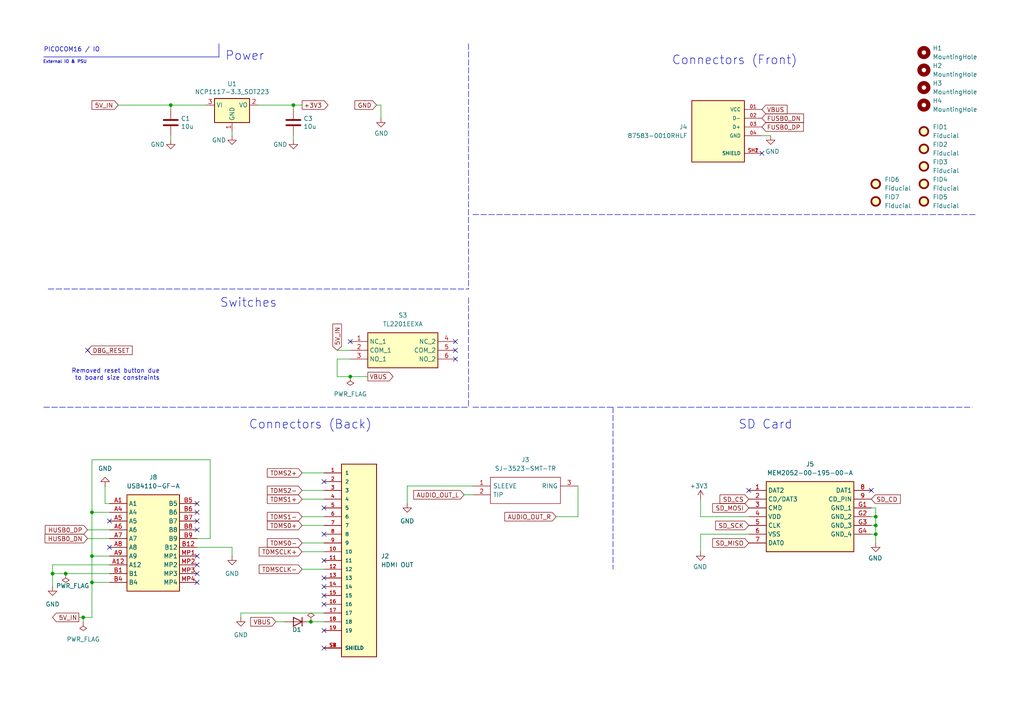
<source format=kicad_sch>
(kicad_sch (version 20231120) (generator "eeschema") (generator_version "8.0")
  (paper "A4")
  (lib_symbols
    (symbol "87583-0010RHLF:87583-0010RHLF" (pin_names (offset 1.016))
      (property "Reference" "J" (at -7.62 8.382 0))
      (property "Value" "87583-0010RHLF" (at -7.62 -12.7 0))
      (symbol "87583-0010RHLF_0_0"
        (rectangle (start -7.62 -10.16) (end 7.62 7.62) (stroke (width 0.254)) (fill (type background)))
        (pin power_in line (at -12.7 5.08 0) (length 5.08) (name "VCC") (number "01"))
        (pin bidirectional line (at -12.7 2.54 0) (length 5.08) (name "D-") (number "02"))
        (pin bidirectional line (at -12.7 0 0) (length 5.08) (name "D+") (number "03"))
        (pin power_in line (at -12.7 -2.54 0) (length 5.08) (name "GND") (number "04"))
        (pin passive line (at -12.7 -7.62 0) (length 5.08) (name "SHIELD") (number "SH1"))
        (pin passive line (at -12.7 -7.62 0) (length 5.08) (name "SHIELD") (number "SH2"))
      )
    )
    (symbol "Device:C" (pin_numbers hide) (pin_names (offset 0.254))
      (property "Reference" "C" (at 0.635 2.54 0))
      (property "Value" "C" (at 0.635 -2.54 0))
      (symbol "C_0_1"
        (polyline (pts (xy -2.032 -0.762) (xy 2.032 -0.762)) (stroke (width 0.508)))
        (polyline (pts (xy -2.032 0.762) (xy 2.032 0.762)) (stroke (width 0.508)))
      )
      (symbol "C_1_1"
        (pin passive line (at 0 3.81 270) (length 2.794) (name "~") (number "1"))
        (pin passive line (at 0 -3.81 90) (length 2.794) (name "~") (number "2"))
      )
    )
    (symbol "Device:D" (pin_numbers hide) (pin_names (offset 1.016) hide)
      (property "Reference" "D" (at 0 2.54 0))
      (property "Value" "D" (at 0 -2.54 0))
      (symbol "D_0_1"
        (polyline (pts (xy -1.27 1.27) (xy -1.27 -1.27)) (stroke (width 0.254)))
        (polyline (pts (xy 1.27 0) (xy -1.27 0)))
        (polyline (pts (xy 1.27 1.27) (xy 1.27 -1.27) (xy -1.27 0) (xy 1.27 1.27)) (stroke (width 0.254)))
      )
      (symbol "D_1_1"
        (pin passive line (at -3.81 0 0) (length 2.54) (name "K") (number "1"))
        (pin passive line (at 3.81 0 180) (length 2.54) (name "A") (number "2"))
      )
    )
    (symbol "MEM2052-00-195-00-A:MEM2052-00-195-00-A"
      (property "Reference" "J" (at 31.75 7.62 0))
      (property "Value" "MEM2052-00-195-00-A" (at 31.75 5.08 0))
      (symbol "MEM2052-00-195-00-A_1_1"
        (rectangle (start 5.08 2.54) (end 30.48 -17.78) (stroke (width 0.254)) (fill (type background)))
        (pin passive line (at 0 0 0) (length 5.08) (name "DAT2") (number "1"))
        (pin passive line (at 0 -2.54 0) (length 5.08) (name "CD/DAT3") (number "2"))
        (pin passive line (at 0 -5.08 0) (length 5.08) (name "CMD") (number "3"))
        (pin passive line (at 0 -7.62 0) (length 5.08) (name "VDD") (number "4"))
        (pin passive line (at 0 -10.16 0) (length 5.08) (name "CLK") (number "5"))
        (pin passive line (at 0 -12.7 0) (length 5.08) (name "VSS") (number "6"))
        (pin passive line (at 0 -15.24 0) (length 5.08) (name "DAT0") (number "7"))
        (pin passive line (at 35.56 0 180) (length 5.08) (name "DAT1") (number "8"))
        (pin passive line (at 35.56 -2.54 180) (length 5.08) (name "CD_PIN") (number "9"))
        (pin passive line (at 35.56 -5.08 180) (length 5.08) (name "GND_1") (number "G1"))
        (pin passive line (at 35.56 -7.62 180) (length 5.08) (name "GND_2") (number "G2"))
        (pin passive line (at 35.56 -10.16 180) (length 5.08) (name "GND_3") (number "G3"))
        (pin passive line (at 35.56 -12.7 180) (length 5.08) (name "GND_4") (number "G4"))
      )
    )
    (symbol "Mechanical:Fiducial" (exclude_from_sim yes) (in_bom no)
      (property "Reference" "FID" (at 0 5.08 0))
      (property "Value" "Fiducial" (at 0 3.175 0))
      (symbol "Fiducial_0_1"
        (circle (center 0 0) (radius 1.27) (stroke (width 0.508)) (fill (type background)))
      )
    )
    (symbol "Mechanical:MountingHole" (pin_names (offset 1.016)) (exclude_from_sim yes) (in_bom no)
      (property "Reference" "H" (at 0 5.08 0))
      (property "Value" "MountingHole" (at 0 3.175 0))
      (symbol "MountingHole_0_1"
        (circle (center 0 0) (radius 1.27) (stroke (width 1.27)))
      )
    )
    (symbol "Regulator_Linear:NCP1117-3.3_SOT223"
      (property "Reference" "U" (at -3.81 3.175 0))
      (property "Value" "NCP1117-3.3_SOT223" (at 0 3.175 0))
      (symbol "NCP1117-3.3_SOT223_0_1"
        (rectangle (start -5.08 -5.08) (end 5.08 1.905) (stroke (width 0.254)) (fill (type background)))
      )
      (symbol "NCP1117-3.3_SOT223_1_1"
        (pin power_in line (at 0 -7.62 90) (length 2.54) (name "GND") (number "1"))
        (pin power_out line (at 7.62 0 180) (length 2.54) (name "VO") (number "2"))
        (pin power_in line (at -7.62 0 0) (length 2.54) (name "VI") (number "3"))
      )
    )
    (symbol "SJ3523SMTTR:SJ-3523-SMT-TR" (pin_names (offset 0.762))
      (property "Reference" "J" (at 26.67 7.62 0))
      (property "Value" "SJ-3523-SMT-TR" (at 26.67 5.08 0))
      (symbol "SJ-3523-SMT-TR_0_0"
        (pin passive line (at 0 0 0) (length 5.08) (name "SLEEVE") (number "1"))
        (pin passive line (at 0 -2.54 0) (length 5.08) (name "TIP") (number "2"))
        (pin passive line (at 30.48 0 180) (length 5.08) (name "RING") (number "3"))
      )
      (symbol "SJ-3523-SMT-TR_0_1"
        (polyline (pts (xy 5.08 2.54) (xy 25.4 2.54) (xy 25.4 -5.08) (xy 5.08 -5.08) (xy 5.08 2.54)) (stroke (width 0.1524)))
      )
    )
    (symbol "SS-53000-001:SS-53000-001" (pin_names (offset 1.016))
      (property "Reference" "J" (at -5.08 29.21 0))
      (property "Value" "SS-53000-001" (at -5.08 -30.48 0))
      (symbol "SS-53000-001_0_0"
        (rectangle (start -5.08 -27.94) (end 5.08 27.94) (stroke (width 0.254)) (fill (type background)))
        (pin passive line (at -10.16 25.4 0) (length 5.08) (name "1") (number "1"))
        (pin passive line (at -10.16 2.54 0) (length 5.08) (name "10") (number "10"))
        (pin passive line (at -10.16 0 0) (length 5.08) (name "11") (number "11"))
        (pin passive line (at -10.16 -2.54 0) (length 5.08) (name "12") (number "12"))
        (pin passive line (at -10.16 -5.08 0) (length 5.08) (name "13") (number "13"))
        (pin passive line (at -10.16 -7.62 0) (length 5.08) (name "14") (number "14"))
        (pin passive line (at -10.16 -10.16 0) (length 5.08) (name "15") (number "15"))
        (pin passive line (at -10.16 -12.7 0) (length 5.08) (name "16") (number "16"))
        (pin passive line (at -10.16 -15.24 0) (length 5.08) (name "17") (number "17"))
        (pin passive line (at -10.16 -17.78 0) (length 5.08) (name "18") (number "18"))
        (pin passive line (at -10.16 -20.32 0) (length 5.08) (name "19") (number "19"))
        (pin passive line (at -10.16 22.86 0) (length 5.08) (name "2") (number "2"))
        (pin passive line (at -10.16 20.32 0) (length 5.08) (name "3") (number "3"))
        (pin passive line (at -10.16 17.78 0) (length 5.08) (name "4") (number "4"))
        (pin passive line (at -10.16 15.24 0) (length 5.08) (name "5") (number "5"))
        (pin passive line (at -10.16 12.7 0) (length 5.08) (name "6") (number "6"))
        (pin passive line (at -10.16 10.16 0) (length 5.08) (name "7") (number "7"))
        (pin passive line (at -10.16 7.62 0) (length 5.08) (name "8") (number "8"))
        (pin passive line (at -10.16 5.08 0) (length 5.08) (name "9") (number "9"))
        (pin passive line (at -10.16 -25.4 0) (length 5.08) (name "SHIELD") (number "S1"))
        (pin passive line (at -10.16 -25.4 0) (length 5.08) (name "SHIELD") (number "S2"))
        (pin passive line (at -10.16 -25.4 0) (length 5.08) (name "SHIELD") (number "S3"))
        (pin passive line (at -10.16 -25.4 0) (length 5.08) (name "SHIELD") (number "S4"))
      )
    )
    (symbol "TL2201EEXA:TL2201EEXA"
      (property "Reference" "S" (at 26.67 7.62 0))
      (property "Value" "TL2201EEXA" (at 26.67 5.08 0))
      (symbol "TL2201EEXA_1_1"
        (rectangle (start 5.08 2.54) (end 25.4 -7.62) (stroke (width 0.254)) (fill (type background)))
        (pin passive line (at 0 0 0) (length 5.08) (name "NC_1") (number "1"))
        (pin passive line (at 0 -2.54 0) (length 5.08) (name "COM_1") (number "2"))
        (pin passive line (at 0 -5.08 0) (length 5.08) (name "NO_1") (number "3"))
        (pin passive line (at 30.48 0 180) (length 5.08) (name "NC_2") (number "4"))
        (pin passive line (at 30.48 -2.54 180) (length 5.08) (name "COM_2") (number "5"))
        (pin passive line (at 30.48 -5.08 180) (length 5.08) (name "NO_2") (number "6"))
      )
    )
    (symbol "USB4110-GF-A:USB4110-GF-A"
      (property "Reference" "J" (at 21.59 7.62 0))
      (property "Value" "USB4110-GF-A" (at 21.59 5.08 0))
      (symbol "USB4110-GF-A_1_1"
        (rectangle (start 5.08 2.54) (end 20.32 -25.4) (stroke (width 0.254)) (fill (type background)))
        (pin passive line (at 0 0 0) (length 5.08) (name "A1") (number "A1"))
        (pin passive line (at 0 -17.78 0) (length 5.08) (name "A12") (number "A12"))
        (pin passive line (at 0 -2.54 0) (length 5.08) (name "A4") (number "A4"))
        (pin passive line (at 0 -5.08 0) (length 5.08) (name "A5") (number "A5"))
        (pin passive line (at 0 -7.62 0) (length 5.08) (name "A6") (number "A6"))
        (pin passive line (at 0 -10.16 0) (length 5.08) (name "A7") (number "A7"))
        (pin passive line (at 0 -12.7 0) (length 5.08) (name "A8") (number "A8"))
        (pin passive line (at 0 -15.24 0) (length 5.08) (name "A9") (number "A9"))
        (pin passive line (at 0 -20.32 0) (length 5.08) (name "B1") (number "B1"))
        (pin passive line (at 25.4 -12.7 180) (length 5.08) (name "B12") (number "B12"))
        (pin passive line (at 0 -22.86 0) (length 5.08) (name "B4") (number "B4"))
        (pin passive line (at 25.4 0 180) (length 5.08) (name "B5") (number "B5"))
        (pin passive line (at 25.4 -2.54 180) (length 5.08) (name "B6") (number "B6"))
        (pin passive line (at 25.4 -5.08 180) (length 5.08) (name "B7") (number "B7"))
        (pin passive line (at 25.4 -7.62 180) (length 5.08) (name "B8") (number "B8"))
        (pin passive line (at 25.4 -10.16 180) (length 5.08) (name "B9") (number "B9"))
        (pin passive line (at 25.4 -15.24 180) (length 5.08) (name "MP1") (number "MP1"))
        (pin passive line (at 25.4 -17.78 180) (length 5.08) (name "MP2") (number "MP2"))
        (pin passive line (at 25.4 -20.32 180) (length 5.08) (name "MP3") (number "MP3"))
        (pin passive line (at 25.4 -22.86 180) (length 5.08) (name "MP4") (number "MP4"))
      )
    )
    (symbol "power:+3V3" (power) (pin_numbers hide) (pin_names (offset 0) hide)
      (property "Value" "+3V3" (at 0 3.556 0))
      (symbol "+3V3_0_1"
        (polyline (pts (xy -0.762 1.27) (xy 0 2.54)))
        (polyline (pts (xy 0 0) (xy 0 2.54)))
        (polyline (pts (xy 0 2.54) (xy 0.762 1.27)))
      )
      (symbol "+3V3_1_1"
        (pin power_in line (at 0 0 90) (length 0) (name "~") (number "1"))
      )
    )
    (symbol "power:GND" (power) (pin_numbers hide) (pin_names (offset 0) hide)
      (property "Value" "GND" (at 0 -3.81 0))
      (symbol "GND_0_1"
        (polyline (pts (xy 0 0) (xy 0 -1.27) (xy 1.27 -1.27) (xy 0 -2.54) (xy -1.27 -1.27) (xy 0 -1.27)))
      )
      (symbol "GND_1_1"
        (pin power_in line (at 0 0 270) (length 0) (name "~") (number "1"))
      )
    )
    (symbol "power:PWR_FLAG" (power) (pin_numbers hide) (pin_names (offset 0) hide)
      (property "Value" "PWR_FLAG" (at 0 3.81 0))
      (symbol "PWR_FLAG_0_0"
        (pin power_out line (at 0 0 90) (length 0) (name "~") (number "1"))
      )
      (symbol "PWR_FLAG_0_1"
        (polyline (pts (xy 0 0) (xy 0 1.27) (xy -1.016 1.905) (xy 0 2.54) (xy 1.016 1.905) (xy 0 1.27)))
      )
    )
  )
  (junction (at 90.17 180.34))
  (junction (at 49.53 30.48))
  (junction (at 15.24 166.37))
  (junction (at 26.67 168.91))
  (junction (at 254 152.4))
  (junction (at 85.09 30.48))
  (junction (at 101.6 109.22))
  (junction (at 19.05 166.37))
  (junction (at 254 154.94))
  (junction (at 26.67 148.59))
  (junction (at 24.13 179.07))
  (junction (at 254 149.86))
  (junction (at 26.67 161.29))
  (no_connect (at 93.98 172.72))
  (no_connect (at 31.75 151.13))
  (no_connect (at 93.98 154.94))
  (no_connect (at 132.08 99.06))
  (no_connect (at 132.08 104.14))
  (no_connect (at 220.98 44.45))
  (no_connect (at 93.98 170.18))
  (no_connect (at 57.15 161.29))
  (no_connect (at 93.98 147.32))
  (no_connect (at 57.15 148.59))
  (no_connect (at 252.73 142.24))
  (no_connect (at 93.98 175.26))
  (no_connect (at 132.08 101.6))
  (no_connect (at 93.98 167.64))
  (no_connect (at 57.15 166.37))
  (no_connect (at 93.98 182.88))
  (no_connect (at 101.6 99.06))
  (no_connect (at 25.4 101.6))
  (no_connect (at 217.17 142.24))
  (no_connect (at 31.75 158.75))
  (no_connect (at 93.98 162.56))
  (no_connect (at 57.15 153.67))
  (no_connect (at 57.15 146.05))
  (no_connect (at 57.15 168.91))
  (no_connect (at 93.98 139.7))
  (no_connect (at 93.98 187.96))
  (no_connect (at 57.15 163.83))
  (no_connect (at 57.15 151.13))
  (polyline (pts (xy 137.16 118.11) (xy 177.8 118.11)) (stroke (width 0) (type dash)))
  (wire (pts (xy 161.29 149.86) (xy 167.64 149.86)))
  (polyline (pts (xy 13.97 83.82) (xy 135.89 83.82)) (stroke (width 0) (type dash)))
  (wire (pts (xy 26.67 148.59) (xy 26.67 161.29)))
  (wire (pts (xy 87.63 160.02) (xy 93.98 160.02)))
  (wire (pts (xy 87.63 152.4) (xy 93.98 152.4)))
  (wire (pts (xy 26.67 161.29) (xy 26.67 168.91)))
  (wire (pts (xy 19.05 166.37) (xy 15.24 166.37)))
  (wire (pts (xy 167.64 149.86) (xy 167.64 140.97)))
  (wire (pts (xy 106.68 109.22) (xy 101.6 109.22)))
  (wire (pts (xy 60.96 133.35) (xy 26.67 133.35)))
  (wire (pts (xy 67.31 158.75) (xy 67.31 161.29)))
  (wire (pts (xy 87.63 157.48) (xy 93.98 157.48)))
  (wire (pts (xy 97.79 101.6) (xy 101.6 101.6)))
  (wire (pts (xy 25.4 156.21) (xy 31.75 156.21)))
  (wire (pts (xy 22.86 179.07) (xy 24.13 179.07)))
  (polyline (pts (xy 135.89 12.7) (xy 135.89 83.82)) (stroke (width 0) (type dash)))
  (polyline (pts (xy 179.07 118.11) (xy 281.94 118.11)) (stroke (width 0) (type dash)))
  (wire (pts (xy 31.75 163.83) (xy 15.24 163.83)))
  (wire (pts (xy 87.63 149.86) (xy 93.98 149.86)))
  (wire (pts (xy 49.53 39.37) (xy 49.53 40.64)))
  (wire (pts (xy 87.63 142.24) (xy 93.98 142.24)))
  (wire (pts (xy 24.13 179.07) (xy 26.67 179.07)))
  (wire (pts (xy 118.11 140.97) (xy 118.11 146.05)))
  (wire (pts (xy 87.63 30.48) (xy 85.09 30.48)))
  (wire (pts (xy 30.48 140.97) (xy 30.48 146.05)))
  (wire (pts (xy 87.63 144.78) (xy 93.98 144.78)))
  (wire (pts (xy 101.6 109.22) (xy 97.79 109.22)))
  (wire (pts (xy 134.62 143.51) (xy 137.16 143.51)))
  (wire (pts (xy 31.75 168.91) (xy 26.67 168.91)))
  (wire (pts (xy 254 149.86) (xy 254 152.4)))
  (wire (pts (xy 34.29 30.48) (xy 49.53 30.48)))
  (wire (pts (xy 203.2 154.94) (xy 203.2 160.02)))
  (polyline (pts (xy 137.16 62.23) (xy 283.21 62.23)) (stroke (width 0) (type dash)))
  (wire (pts (xy 252.73 149.86) (xy 254 149.86)))
  (wire (pts (xy 49.53 31.75) (xy 49.53 30.48)))
  (wire (pts (xy 254 154.94) (xy 254 157.48)))
  (wire (pts (xy 57.15 158.75) (xy 67.31 158.75)))
  (wire (pts (xy 31.75 148.59) (xy 26.67 148.59)))
  (wire (pts (xy 97.79 104.14) (xy 97.79 109.22)))
  (wire (pts (xy 203.2 149.86) (xy 217.17 149.86)))
  (wire (pts (xy 85.09 31.75) (xy 85.09 30.48)))
  (wire (pts (xy 67.31 38.1) (xy 67.31 39.37)))
  (polyline (pts (xy 177.8 118.11) (xy 177.8 165.1)) (stroke (width 0) (type dash)))
  (wire (pts (xy 254 147.32) (xy 254 149.86)))
  (wire (pts (xy 80.01 180.34) (xy 82.55 180.34)))
  (wire (pts (xy 31.75 166.37) (xy 19.05 166.37)))
  (wire (pts (xy 60.96 156.21) (xy 60.96 133.35)))
  (wire (pts (xy 109.22 30.48) (xy 110.49 30.48)))
  (wire (pts (xy 25.4 153.67) (xy 31.75 153.67)))
  (wire (pts (xy 217.17 154.94) (xy 203.2 154.94)))
  (wire (pts (xy 69.85 177.8) (xy 93.98 177.8)))
  (wire (pts (xy 97.79 104.14) (xy 101.6 104.14)))
  (polyline (pts (xy 12.7 16.51) (xy 63.5 16.51)))
  (wire (pts (xy 30.48 146.05) (xy 31.75 146.05)))
  (wire (pts (xy 252.73 154.94) (xy 254 154.94)))
  (wire (pts (xy 118.11 140.97) (xy 137.16 140.97)))
  (wire (pts (xy 220.98 39.37) (xy 223.52 39.37)))
  (wire (pts (xy 87.63 137.16) (xy 93.98 137.16)))
  (wire (pts (xy 74.93 30.48) (xy 85.09 30.48)))
  (wire (pts (xy 85.09 39.37) (xy 85.09 40.64)))
  (wire (pts (xy 15.24 166.37) (xy 15.24 170.18)))
  (wire (pts (xy 15.24 163.83) (xy 15.24 166.37)))
  (wire (pts (xy 254 152.4) (xy 254 154.94)))
  (polyline (pts (xy 135.89 86.36) (xy 135.89 118.11)) (stroke (width 0) (type dash)))
  (wire (pts (xy 87.63 165.1) (xy 93.98 165.1)))
  (wire (pts (xy 90.17 180.34) (xy 93.98 180.34)))
  (wire (pts (xy 252.73 152.4) (xy 254 152.4)))
  (wire (pts (xy 59.69 30.48) (xy 49.53 30.48)))
  (wire (pts (xy 110.49 30.48) (xy 110.49 34.29)))
  (wire (pts (xy 26.67 133.35) (xy 26.67 148.59)))
  (polyline (pts (xy 63.5 12.7) (xy 63.5 16.51)))
  (polyline (pts (xy 12.7 118.11) (xy 135.89 118.11)) (stroke (width 0) (type dash)))
  (wire (pts (xy 252.73 147.32) (xy 254 147.32)))
  (wire (pts (xy 24.13 180.34) (xy 24.13 179.07)))
  (wire (pts (xy 57.15 156.21) (xy 60.96 156.21)))
  (wire (pts (xy 69.85 177.8) (xy 69.85 179.07)))
  (wire (pts (xy 26.67 168.91) (xy 26.67 179.07)))
  (wire (pts (xy 203.2 144.78) (xy 203.2 149.86)))
  (wire (pts (xy 31.75 161.29) (xy 26.67 161.29)))
  (text "External IO & PSU" (at 12.446 18.034 0) (effects (font (size 0.889 0.889)) (justify left)))
  (text "PICOCOM16 / IO" (at 20.828 14.478 0) (effects (font (size 1.27 1.27))))
  (text "Power" (at 65.278 17.78 0) (effects (font (size 2.54 2.54)) (justify left bottom)))
  (text "Connectors (Front)" (at 194.818 19.05 0) (effects (font (size 2.54 2.54)) (justify left bottom)))
  (text "Switches" (at 63.754 89.408 0) (effects (font (size 2.54 2.54)) (justify left bottom)))
  (text "Removed reset button due \nto board size constraints" (at 34.036 108.712 0) (effects (font (size 1.27 1.27))))
  (text "Connectors (Back)" (at 72.136 124.714 0) (effects (font (size 2.54 2.54)) (justify left bottom)))
  (text "SD Card" (at 214.122 124.714 0) (effects (font (size 2.54 2.54)) (justify left bottom)))
  (global_label "AUDIO_OUT_L" (shape input) (at 134.62 143.51 180) (property "Intersheetrefs" "${INTERSHEET_REFS}" (effects (hide yes))))
  (global_label "VBUS" (shape input) (at 80.01 180.34 180) (property "Intersheetrefs" "${INTERSHEET_REFS}" (effects (hide yes))))
  (global_label "HUSB0_DN" (shape input) (at 25.4 156.21 180) (property "Intersheetrefs" "${INTERSHEET_REFS}" (effects (hide yes))))
  (global_label "TDMS2+" (shape input) (at 87.63 137.16 180) (property "Intersheetrefs" "${INTERSHEET_REFS}" (effects (hide yes))))
  (global_label "TDMSCLK+" (shape input) (at 87.63 160.02 180) (property "Intersheetrefs" "${INTERSHEET_REFS}" (effects (hide yes))))
  (global_label "AUDIO_OUT_R" (shape input) (at 161.29 149.86 180) (property "Intersheetrefs" "${INTERSHEET_REFS}" (effects (hide yes))))
  (global_label "GND" (shape input) (at 109.22 30.48 180) (property "Intersheetrefs" "${INTERSHEET_REFS}" (effects (hide yes))))
  (global_label "SD_MOSI" (shape input) (at 217.17 147.32 180) (property "Intersheetrefs" "${INTERSHEET_REFS}" (effects (hide yes))))
  (global_label "SD_CD" (shape input) (at 252.73 144.78 0) (property "Intersheetrefs" "${INTERSHEET_REFS}" (effects (hide yes))))
  (global_label "TDMS0-" (shape input) (at 87.63 157.48 180) (property "Intersheetrefs" "${INTERSHEET_REFS}" (effects (hide yes))))
  (global_label "VBUS" (shape output) (at 106.68 109.22 0) (property "Intersheetrefs" "${INTERSHEET_REFS}" (effects (hide yes))))
  (global_label "TDMS1+" (shape input) (at 87.63 144.78 180) (property "Intersheetrefs" "${INTERSHEET_REFS}" (effects (hide yes))))
  (global_label "+3V3" (shape output) (at 87.63 30.48 0) (property "Intersheetrefs" "${INTERSHEET_REFS}" (effects (hide yes))))
  (global_label "FUSB0_DN" (shape input) (at 220.98 34.29 0) (property "Intersheetrefs" "${INTERSHEET_REFS}" (effects (hide yes))))
  (global_label "SD_CS" (shape input) (at 217.17 144.78 180) (property "Intersheetrefs" "${INTERSHEET_REFS}" (effects (hide yes))))
  (global_label "DBG_RESET" (shape input) (at 25.4 101.6 0) (property "Intersheetrefs" "${INTERSHEET_REFS}" (effects (hide yes))))
  (global_label "TDMS2-" (shape input) (at 87.63 142.24 180) (property "Intersheetrefs" "${INTERSHEET_REFS}" (effects (hide yes))))
  (global_label "SD_SCK" (shape input) (at 217.17 152.4 180) (property "Intersheetrefs" "${INTERSHEET_REFS}" (effects (hide yes))))
  (global_label "HUSB0_DP" (shape input) (at 25.4 153.67 180) (property "Intersheetrefs" "${INTERSHEET_REFS}" (effects (hide yes))))
  (global_label "SD_MISO" (shape input) (at 217.17 157.48 180) (property "Intersheetrefs" "${INTERSHEET_REFS}" (effects (hide yes))))
  (global_label "5V_IN" (shape input) (at 97.79 101.6 90) (property "Intersheetrefs" "${INTERSHEET_REFS}" (effects (hide yes))))
  (global_label "TDMS0+" (shape input) (at 87.63 152.4 180) (property "Intersheetrefs" "${INTERSHEET_REFS}" (effects (hide yes))))
  (global_label "VBUS" (shape input) (at 220.98 31.75 0) (property "Intersheetrefs" "${INTERSHEET_REFS}" (effects (hide yes))))
  (global_label "TDMS1-" (shape input) (at 87.63 149.86 180) (property "Intersheetrefs" "${INTERSHEET_REFS}" (effects (hide yes))))
  (global_label "TDMSCLK-" (shape input) (at 87.63 165.1 180) (property "Intersheetrefs" "${INTERSHEET_REFS}" (effects (hide yes))))
  (global_label "5V_IN" (shape output) (at 22.86 179.07 180) (property "Intersheetrefs" "${INTERSHEET_REFS}" (effects (hide yes))))
  (global_label "FUSB0_DP" (shape input) (at 220.98 36.83 0) (property "Intersheetrefs" "${INTERSHEET_REFS}" (effects (hide yes))))
  (global_label "5V_IN" (shape input) (at 34.29 30.48 180) (property "Intersheetrefs" "${INTERSHEET_REFS}" (effects (hide yes))))
  (symbol (lib_id "Mechanical:MountingHole") (at 267.97 20.32 0) (unit 1) (exclude_from_sim yes) (in_bom no)
    (property "Reference" "H2" (at 270.51 19.0499 0) (effects (justify left)))
    (property "Value" "MountingHole" (at 270.51 21.5899 0) (effects (justify left)))
    (property "Footprint" "MountingHole:MountingHole_2.7mm_M2.5" (effects (hide yes)))
    (property "Description" "Mounting Hole without connection" (effects (hide yes)))
  )
  (symbol (lib_id "Regulator_Linear:NCP1117-3.3_SOT223") (at 67.31 30.48 0) (unit 1)
    (property "Reference" "U1" (at 67.31 24.3332 0))
    (property "Value" "NCP1117-3.3_SOT223" (at 67.31 26.6446 0))
    (property "Footprint" "Package_TO_SOT_SMD:SOT-223-3_TabPin2" (effects (hide yes)))
    (property "Datasheet" "https://www.mouser.co.uk/datasheet/2/308/NCP1117_D-1595886.pdf" (effects (hide yes)))
    (property "Description" "1A Low drop-out regulator, Fixed Output 3.3V, SOT-223" (effects (hide yes)))
    (property "#mfr" "NCP1117ST33T3G" (effects (hide yes)))
  )
  (symbol (lib_id "TL2201EEXA:TL2201EEXA") (at 101.6 99.06 0) (unit 1)
    (property "Reference" "S3" (at 116.84 91.44 0))
    (property "Value" "TL2201EEXA" (at 116.84 93.98 0))
    (property "Footprint" "lib:TL2201EEXA" (effects (hide yes)))
    (property "Datasheet" "https://configured-product-images.s3.amazonaws.com/2D/specs/TL2201EEXA.pdf" (effects (hide yes)))
    (property "Description" "TACT, 100mA, 30VDC DPDT, On-On Through Hole" (effects (hide yes)))
    (property "Height" "14.25" (effects (hide yes)))
    (property "Mouser Part Number" "612-TL2201EEXA" (effects (hide yes)))
    (property "Mouser Price/Stock" "https://www.mouser.co.uk/ProductDetail/E-Switch/TL2201EEXA?qs=QtyuwXswaQgtxvGSLc7eMg%3D%3D" (effects (hide yes)))
    (property "Manufacturer_Name" "E-Switch" (effects (hide yes)))
    (property "Manufacturer_Part_Number" "TL2201EEXA" (effects (hide yes)))
  )
  (symbol (lib_id "power:PWR_FLAG") (at 90.17 180.34 0) (unit 1)
    (property "Reference" "#FLG01" (effects (hide yes)))
    (property "Value" "PWR_FLAG" (effects (hide yes)))
    (property "Description" "Special symbol for telling ERC where power comes from" (effects (hide yes)))
  )
  (symbol (lib_id "power:GND") (at 254 157.48 0) (mirror y) (unit 1)
    (property "Reference" "#PWR07" (effects (hide yes)))
    (property "Value" "GND" (at 253.873 161.8742 0))
    (property "Description" "Power symbol creates a global label with name \"GND\" , ground" (effects (hide yes)))
  )
  (symbol (lib_id "Device:C") (at 85.09 35.56 0) (unit 1)
    (property "Reference" "C3" (at 88.011 34.3916 0) (effects (justify left)))
    (property "Value" "10u" (at 88.011 36.703 0) (effects (justify left)))
    (property "Footprint" "Capacitor_SMD:C_0805_2012Metric" (effects (hide yes)))
    (property "Description" "Unpolarized capacitor" (effects (hide yes)))
  )
  (symbol (lib_id "power:GND") (at 69.85 179.07 0) (unit 1)
    (property "Reference" "#PWR08" (effects (hide yes)))
    (property "Value" "GND" (at 69.85 184.15 0))
    (property "Description" "Power symbol creates a global label with name \"GND\" , ground" (effects (hide yes)))
  )
  (symbol (lib_id "Mechanical:Fiducial") (at 267.97 58.42 0) (unit 1) (exclude_from_sim yes) (in_bom no)
    (property "Reference" "FID5" (at 270.51 57.1499 0) (effects (justify left)))
    (property "Value" "Fiducial" (at 270.51 59.6899 0) (effects (justify left)))
    (property "Footprint" "Fiducial:Fiducial_0.5mm_Mask1.5mm" (effects (hide yes)))
    (property "Description" "Fiducial Marker" (effects (hide yes)))
  )
  (symbol (lib_id "power:PWR_FLAG") (at 101.6 109.22 180) (unit 1)
    (property "Reference" "#FLG02" (effects (hide yes)))
    (property "Value" "PWR_FLAG" (at 101.6 114.3 0))
    (property "Description" "Special symbol for telling ERC where power comes from" (effects (hide yes)))
  )
  (symbol (lib_id "MEM2052-00-195-00-A:MEM2052-00-195-00-A") (at 217.17 142.24 0) (unit 1)
    (property "Reference" "J5" (at 234.95 134.62 0))
    (property "Value" "MEM2052-00-195-00-A" (at 234.95 137.16 0))
    (property "Footprint" "lib:MEM20520019500A" (effects (hide yes)))
    (property "Datasheet" "https://gct.co/files/drawings/MEM2052.pdf" (effects (hide yes)))
    (property "Description" "9 (8 + 1) Position Card Connector Secure Digital - microSD Surface Mount, Right Angle Gold" (effects (hide yes)))
    (property "Height" "2.2" (effects (hide yes)))
    (property "Mouser Part Number" "640-MEM20520019500A" (effects (hide yes)))
    (property "Mouser Price/Stock" "https://www.mouser.co.uk/ProductDetail/GCT/MEM2052-00-195-00-A?qs=Jm2GQyTW%2Fbh7Ze6LKWKWwA%3D%3D" (effects (hide yes)))
    (property "Manufacturer_Name" "GCT (GLOBAL CONNECTOR TECHNOLOGY)" (effects (hide yes)))
    (property "Manufacturer_Part_Number" "MEM2052-00-195-00-A" (effects (hide yes)))
  )
  (symbol (lib_id "power:GND") (at 110.49 34.29 0) (unit 1)
    (property "Reference" "#PWR011" (effects (hide yes)))
    (property "Value" "GND" (at 110.617 38.6842 0))
    (property "Description" "Power symbol creates a global label with name \"GND\" , ground" (effects (hide yes)))
  )
  (symbol (lib_id "87583-0010RHLF:87583-0010RHLF") (at 208.28 36.83 0) (mirror y) (unit 1)
    (property "Reference" "J4" (at 199.39 36.8299 0) (effects (justify left)))
    (property "Value" "87583-0010RHLF" (at 199.39 39.3699 0) (effects (justify left)))
    (property "Footprint" "lib:AMPHENOL_87583-0010RHLF" (effects (hide yes)))
    (property "MF" "Amphenol" (effects (hide yes)))
    (property "MAXIMUM_PACKAGE_HEIGHT" "7.74 mm" (effects (hide yes)))
    (property "Package" "None" (effects (hide yes)))
    (property "Price" "None" (effects (hide yes)))
    (property "Check_prices" "https://www.snapeda.com/parts/87583-0010RHLF/Amphenol/view-part/?ref=eda" (effects (hide yes)))
    (property "STANDARD" "Manufacturer Recommendations" (effects (hide yes)))
    (property "PARTREV" "AD" (effects (hide yes)))
    (property "SnapEDA_Link" "https://www.snapeda.com/parts/87583-0010RHLF/Amphenol/view-part/?ref=snap" (effects (hide yes)))
    (property "MP" "87583-0010RHLF" (effects (hide yes)))
    (property "Description_1" "\n                        \n                            USB 2.0, Input Output Connectors, Receptacle, Type A, Standard, Right Angle, Surface Mount, Single Deck, 4 Positions\n                        \n" (effects (hide yes)))
    (property "Availability" "In Stock" (effects (hide yes)))
    (property "MANUFACTURER" "Amphenol" (effects (hide yes)))
    (property "#mfr" "87583-0010RHLF" (effects (hide yes)))
  )
  (symbol (lib_id "Mechanical:Fiducial") (at 267.97 53.34 0) (unit 1) (exclude_from_sim yes) (in_bom no)
    (property "Reference" "FID4" (at 270.51 52.0699 0) (effects (justify left)))
    (property "Value" "Fiducial" (at 270.51 54.6099 0) (effects (justify left)))
    (property "Footprint" "Fiducial:Fiducial_1mm_Mask2mm" (effects (hide yes)))
    (property "Description" "Fiducial Marker" (effects (hide yes)))
  )
  (symbol (lib_id "Mechanical:MountingHole") (at 267.97 15.24 0) (unit 1) (exclude_from_sim yes) (in_bom no)
    (property "Reference" "H1" (at 270.51 13.9699 0) (effects (justify left)))
    (property "Value" "MountingHole" (at 270.51 16.5099 0) (effects (justify left)))
    (property "Footprint" "MountingHole:MountingHole_2.7mm_M2.5" (effects (hide yes)))
    (property "Description" "Mounting Hole without connection" (effects (hide yes)))
  )
  (symbol (lib_id "Mechanical:MountingHole") (at 267.97 25.4 0) (unit 1) (exclude_from_sim yes) (in_bom no)
    (property "Reference" "H3" (at 270.51 24.1299 0) (effects (justify left)))
    (property "Value" "MountingHole" (at 270.51 26.6699 0) (effects (justify left)))
    (property "Footprint" "MountingHole:MountingHole_2.7mm_M2.5" (effects (hide yes)))
    (property "Description" "Mounting Hole without connection" (effects (hide yes)))
  )
  (symbol (lib_id "power:GND") (at 67.31 161.29 0) (unit 1)
    (property "Reference" "#PWR032" (effects (hide yes)))
    (property "Value" "GND" (at 67.31 166.37 0))
    (property "Description" "Power symbol creates a global label with name \"GND\" , ground" (effects (hide yes)))
  )
  (symbol (lib_id "power:GND") (at 203.2 160.02 0) (mirror y) (unit 1)
    (property "Reference" "#PWR04" (effects (hide yes)))
    (property "Value" "GND" (at 203.073 164.4142 0))
    (property "Description" "Power symbol creates a global label with name \"GND\" , ground" (effects (hide yes)))
  )
  (symbol (lib_id "power:GND") (at 67.31 39.37 0) (unit 1)
    (property "Reference" "#PWR06" (effects (hide yes)))
    (property "Value" "GND" (at 63.5 40.64 0))
    (property "Description" "Power symbol creates a global label with name \"GND\" , ground" (effects (hide yes)))
  )
  (symbol (lib_id "power:GND") (at 85.09 40.64 0) (unit 1)
    (property "Reference" "#PWR09" (effects (hide yes)))
    (property "Value" "GND" (at 81.28 41.91 0))
    (property "Description" "Power symbol creates a global label with name \"GND\" , ground" (effects (hide yes)))
  )
  (symbol (lib_id "Device:C") (at 49.53 35.56 0) (unit 1)
    (property "Reference" "C1" (at 52.451 34.3916 0) (effects (justify left)))
    (property "Value" "10u" (at 52.451 36.703 0) (effects (justify left)))
    (property "Footprint" "Capacitor_SMD:C_0805_2012Metric" (effects (hide yes)))
    (property "Description" "Unpolarized capacitor" (effects (hide yes)))
  )
  (symbol (lib_id "Mechanical:MountingHole") (at 267.97 30.48 0) (unit 1) (exclude_from_sim yes) (in_bom no)
    (property "Reference" "H4" (at 270.51 29.2099 0) (effects (justify left)))
    (property "Value" "MountingHole" (at 270.51 31.7499 0) (effects (justify left)))
    (property "Footprint" "MountingHole:MountingHole_2.7mm_M2.5" (effects (hide yes)))
    (property "Description" "Mounting Hole without connection" (effects (hide yes)))
  )
  (symbol (lib_id "power:+3V3") (at 203.2 144.78 0) (unit 1)
    (property "Reference" "#PWR03" (effects (hide yes)))
    (property "Value" "+3V3" (at 202.692 140.97 0))
    (property "Description" "Power symbol creates a global label with name \"+3V3\"" (effects (hide yes)))
  )
  (symbol (lib_id "power:PWR_FLAG") (at 24.13 180.34 180) (unit 1)
    (property "Reference" "#FLG09" (effects (hide yes)))
    (property "Value" "PWR_FLAG" (at 24.13 185.42 0))
    (property "Description" "Special symbol for telling ERC where power comes from" (effects (hide yes)))
  )
  (symbol (lib_id "power:GND") (at 15.24 170.18 0) (unit 1)
    (property "Reference" "#PWR016" (effects (hide yes)))
    (property "Value" "GND" (at 15.24 175.26 0))
    (property "Description" "Power symbol creates a global label with name \"GND\" , ground" (effects (hide yes)))
  )
  (symbol (lib_id "USB4110-GF-A:USB4110-GF-A") (at 31.75 146.05 0) (unit 1)
    (property "Reference" "J8" (at 44.45 138.43 0))
    (property "Value" "USB4110-GF-A" (at 44.45 140.97 0))
    (property "Footprint" "lib:USB4110GFA" (effects (hide yes)))
    (property "Datasheet" "https://gct.co/files/drawings/usb4110.pdf" (effects (hide yes)))
    (property "Description" "CONN USB 2.0 TYPE-C R/A SMT" (effects (hide yes)))
    (property "Height" "3.26" (effects (hide yes)))
    (property "Mouser Part Number" "640-USB4110-GF-A" (effects (hide yes)))
    (property "Mouser Price/Stock" "https://www.mouser.co.uk/ProductDetail/GCT/USB4110-GF-A?qs=KUoIvG%2F9IlYiZvIXQjyJeA%3D%3D" (effects (hide yes)))
    (property "Manufacturer_Name" "GCT (GLOBAL CONNECTOR TECHNOLOGY)" (effects (hide yes)))
    (property "Manufacturer_Part_Number" "USB4110-GF-A" (effects (hide yes)))
  )
  (symbol (lib_id "Device:D") (at 86.36 180.34 180) (unit 1)
    (property "Reference" "D1" (at 86.106 182.626 0))
    (property "Value" "D" (effects (hide yes)))
    (property "Footprint" "lib:SODFL1608X70N" (effects (hide yes)))
    (property "Description" "Diode" (effects (hide yes)))
    (property "Sim.Device" "D" (effects (hide yes)))
    (property "Sim.Pins" "1=K 2=A" (effects (hide yes)))
  )
  (symbol (lib_id "Mechanical:Fiducial") (at 267.97 48.26 0) (unit 1) (exclude_from_sim yes) (in_bom no)
    (property "Reference" "FID3" (at 270.51 46.9899 0) (effects (justify left)))
    (property "Value" "Fiducial" (at 270.51 49.5299 0) (effects (justify left)))
    (property "Footprint" "Fiducial:Fiducial_1mm_Mask2mm" (effects (hide yes)))
    (property "Description" "Fiducial Marker" (effects (hide yes)))
  )
  (symbol (lib_id "Mechanical:Fiducial") (at 267.97 38.1 0) (unit 1) (exclude_from_sim yes) (in_bom no)
    (property "Reference" "FID1" (at 270.51 36.8299 0) (effects (justify left)))
    (property "Value" "Fiducial" (at 270.51 39.3699 0) (effects (justify left)))
    (property "Footprint" "Fiducial:Fiducial_1mm_Mask2mm" (effects (hide yes)))
    (property "Description" "Fiducial Marker" (effects (hide yes)))
  )
  (symbol (lib_id "power:PWR_FLAG") (at 19.05 166.37 180) (unit 1)
    (property "Reference" "#FLG08" (effects (hide yes)))
    (property "Value" "PWR_FLAG" (at 21.082 169.926 0))
    (property "Description" "Special symbol for telling ERC where power comes from" (effects (hide yes)))
  )
  (symbol (lib_id "Mechanical:Fiducial") (at 267.97 43.18 0) (unit 1) (exclude_from_sim yes) (in_bom no)
    (property "Reference" "FID2" (at 270.51 41.9099 0) (effects (justify left)))
    (property "Value" "Fiducial" (at 270.51 44.4499 0) (effects (justify left)))
    (property "Footprint" "Fiducial:Fiducial_1mm_Mask2mm" (effects (hide yes)))
    (property "Description" "Fiducial Marker" (effects (hide yes)))
  )
  (symbol (lib_id "power:GND") (at 223.52 39.37 0) (unit 1)
    (property "Reference" "#PWR014" (effects (hide yes)))
    (property "Value" "GND" (at 224.028 43.942 0))
    (property "Description" "Power symbol creates a global label with name \"GND\" , ground" (effects (hide yes)))
  )
  (symbol (lib_id "Mechanical:Fiducial") (at 254 53.34 0) (unit 1) (exclude_from_sim yes) (in_bom no)
    (property "Reference" "FID6" (at 256.54 52.0699 0) (effects (justify left)))
    (property "Value" "Fiducial" (at 256.54 54.6099 0) (effects (justify left)))
    (property "Footprint" "Fiducial:Fiducial_1mm_Mask2mm" (effects (hide yes)))
    (property "Description" "Fiducial Marker" (effects (hide yes)))
  )
  (symbol (lib_id "SJ3523SMTTR:SJ-3523-SMT-TR") (at 137.16 140.97 0) (unit 1)
    (property "Reference" "J3" (at 152.4 133.35 0))
    (property "Value" "SJ-3523-SMT-TR" (at 152.4 135.89 0))
    (property "Footprint" "lib:SJ3523SMTTR" (effects (hide yes)))
    (property "Datasheet" "https://www.mouser.de/datasheet/2/670/sj_352x_smt-1779397.pdf" (effects (hide yes)))
    (property "Description_1" "Phone Connectors Audio Jacks" (effects (hide yes)))
    (property "Height" "5.2" (effects (hide yes)))
    (property "Mouser Part Number" "490-SJ-3523-SMT-TR" (effects (hide yes)))
    (property "Mouser Price/Stock" "https://www.mouser.co.uk/ProductDetail/CUI-Devices/SJ-3523-SMT-TR?qs=WyjlAZoYn51zOHzJ3r4ZRA%3D%3D" (effects (hide yes)))
    (property "Manufacturer_Name" "CUI Inc." (effects (hide yes)))
    (property "Manufacturer_Part_Number" "SJ-3523-SMT-TR" (effects (hide yes)))
  )
  (symbol (lib_id "SS-53000-001:SS-53000-001") (at 104.14 162.56 0) (unit 1)
    (property "Reference" "J2" (at 110.49 161.2899 0) (effects (justify left)))
    (property "Value" "HDMI OUT" (at 110.49 163.8299 0) (effects (justify left)))
    (property "Footprint" "lib:STEWART_SS-53000-001" (effects (hide yes)))
    (property "MF" "Bel Fuse-Circuit Protection" (effects (hide yes)))
    (property "MAXIMUM_PACKAGE_HEIGHT" "6.18 mm" (effects (hide yes)))
    (property "Package" "None" (effects (hide yes)))
    (property "Price" "None" (effects (hide yes)))
    (property "Check_prices" "https://www.snapeda.com/parts/SS-53000-001/Bel+Circuit+Protection/view-part/?ref=eda" (effects (hide yes)))
    (property "STANDARD" "Manufacturer Recommendations" (effects (hide yes)))
    (property "PARTREV" "A0" (effects (hide yes)))
    (property "SnapEDA_Link" "https://www.snapeda.com/parts/SS-53000-001/Bel+Circuit+Protection/view-part/?ref=snap" (effects (hide yes)))
    (property "MP" "SS-53000-001" (effects (hide yes)))
    (property "Description_1" "\n                        \n                            High Definition Multi Media Interface Connector\n                        \n" (effects (hide yes)))
    (property "Availability" "In Stock" (effects (hide yes)))
    (property "MANUFACTURER" "BelFuse" (effects (hide yes)))
    (property "#mfr" "SS-53000-001" (effects (hide yes)))
  )
  (symbol (lib_id "power:GND") (at 118.11 146.05 0) (unit 1)
    (property "Reference" "#PWR013" (effects (hide yes)))
    (property "Value" "GND" (at 118.11 151.13 0))
    (property "Description" "Power symbol creates a global label with name \"GND\" , ground" (effects (hide yes)))
  )
  (symbol (lib_id "Mechanical:Fiducial") (at 254 58.42 0) (unit 1) (exclude_from_sim yes) (in_bom no)
    (property "Reference" "FID7" (at 256.54 57.1499 0) (effects (justify left)))
    (property "Value" "Fiducial" (at 256.54 59.6899 0) (effects (justify left)))
    (property "Footprint" "Fiducial:Fiducial_1mm_Mask2mm" (effects (hide yes)))
    (property "Description" "Fiducial Marker" (effects (hide yes)))
  )
  (symbol (lib_id "power:GND") (at 49.53 40.64 0) (unit 1)
    (property "Reference" "#PWR02" (effects (hide yes)))
    (property "Value" "GND" (at 45.72 41.91 0))
    (property "Description" "Power symbol creates a global label with name \"GND\" , ground" (effects (hide yes)))
  )
  (symbol (lib_id "power:GND") (at 30.48 140.97 180) (unit 1)
    (property "Reference" "#PWR015" (effects (hide yes)))
    (property "Value" "GND" (at 30.48 135.89 0))
    (property "Description" "Power symbol creates a global label with name \"GND\" , ground" (effects (hide yes)))
  )
)
</source>
